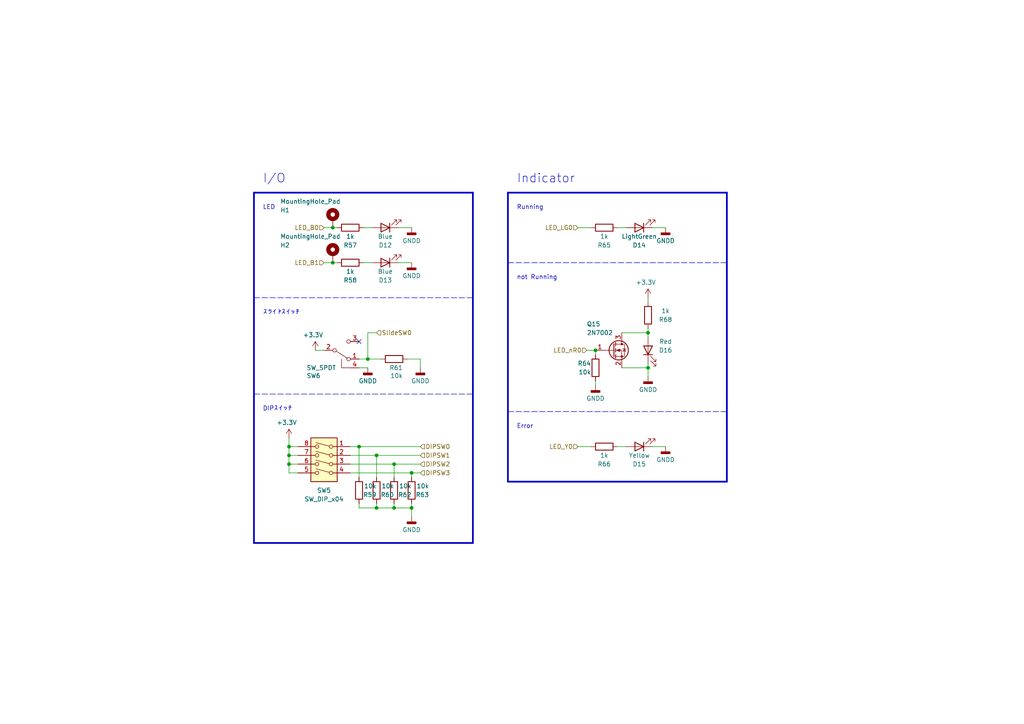
<source format=kicad_sch>
(kicad_sch (version 20230121) (generator eeschema)
  (paper "A4")
  (lib_symbols
    (symbol "Device:LED" (pin_numbers hide) (pin_names (offset 1.016) hide)
      (property "Reference" "D" (at 0 2.54 0))
      (property "Value" "LED" (at 0 -2.54 0))
      (symbol "LED_0_1"
        (polyline (pts (xy -1.27 -1.27) (xy -1.27 1.27)) (stroke (width 0.254)))
        (polyline (pts (xy -1.27 0) (xy 1.27 0)))
        (polyline (pts (xy 1.27 -1.27) (xy 1.27 1.27) (xy -1.27 0) (xy 1.27 -1.27)) (stroke (width 0.254)))
        (polyline (pts (xy -3.048 -0.762) (xy -4.572 -2.286) (xy -3.81 -2.286) (xy -4.572 -2.286) (xy -4.572 -1.524)))
        (polyline (pts (xy -1.778 -0.762) (xy -3.302 -2.286) (xy -2.54 -2.286) (xy -3.302 -2.286) (xy -3.302 -1.524)))
      )
      (symbol "LED_1_1"
        (pin passive line (at -3.81 0 0) (length 2.54) (name "K") (number "1"))
        (pin passive line (at 3.81 0 180) (length 2.54) (name "A") (number "2"))
      )
    )
    (symbol "Device:R" (pin_numbers hide) (pin_names (offset 0))
      (property "Reference" "R" (at 2.032 0 90))
      (property "Value" "R" (at 0 0 90))
      (symbol "R_0_1"
        (rectangle (start -1.016 -2.54) (end 1.016 2.54) (stroke (width 0.254)))
      )
      (symbol "R_1_1"
        (pin passive line (at 0 3.81 270) (length 1.27) (name "~") (number "1"))
        (pin passive line (at 0 -3.81 90) (length 1.27) (name "~") (number "2"))
      )
    )
    (symbol "Mechanical:MountingHole_Pad" (pin_numbers hide) (pin_names (offset 1.016) hide)
      (property "Reference" "H" (at 0 6.35 0))
      (property "Value" "MountingHole_Pad" (at 0 4.445 0))
      (symbol "MountingHole_Pad_0_1"
        (circle (center 0 1.27) (radius 1.27) (stroke (width 1.27)))
      )
      (symbol "MountingHole_Pad_1_1"
        (pin input line (at 0 -2.54 90) (length 2.54) (name "1") (number "1"))
      )
    )
    (symbol "Switch:SW_DIP_x04" (pin_names (offset 0) hide)
      (property "Reference" "SW" (at 0 8.89 0))
      (property "Value" "SW_DIP_x04" (at 0 -6.35 0))
      (symbol "SW_DIP_x04_0_0"
        (circle (center -2.032 -2.54) (radius 0.508))
        (circle (center -2.032 0) (radius 0.508))
        (circle (center -2.032 2.54) (radius 0.508))
        (circle (center -2.032 5.08) (radius 0.508))
        (polyline (pts (xy -1.524 -2.3876) (xy 2.3622 -1.3462)))
        (polyline (pts (xy -1.524 0.127) (xy 2.3622 1.1684)))
        (polyline (pts (xy -1.524 2.667) (xy 2.3622 3.7084)))
        (polyline (pts (xy -1.524 5.207) (xy 2.3622 6.2484)))
        (circle (center 2.032 -2.54) (radius 0.508))
        (circle (center 2.032 0) (radius 0.508))
        (circle (center 2.032 2.54) (radius 0.508))
        (circle (center 2.032 5.08) (radius 0.508))
      )
      (symbol "SW_DIP_x04_0_1"
        (rectangle (start -3.81 7.62) (end 3.81 -5.08) (stroke (width 0.254)) (fill (type background)))
      )
      (symbol "SW_DIP_x04_1_1"
        (pin passive line (at -7.62 5.08 0) (length 5.08) (name "~") (number "1"))
        (pin passive line (at -7.62 2.54 0) (length 5.08) (name "~") (number "2"))
        (pin passive line (at -7.62 0 0) (length 5.08) (name "~") (number "3"))
        (pin passive line (at -7.62 -2.54 0) (length 5.08) (name "~") (number "4"))
        (pin passive line (at 7.62 -2.54 180) (length 5.08) (name "~") (number "5"))
        (pin passive line (at 7.62 0 180) (length 5.08) (name "~") (number "6"))
        (pin passive line (at 7.62 2.54 180) (length 5.08) (name "~") (number "7"))
        (pin passive line (at 7.62 5.08 180) (length 5.08) (name "~") (number "8"))
      )
    )
    (symbol "Switch:SW_SPDT" (pin_names (offset 0) hide)
      (property "Reference" "SW3" (at -7.62 7.3914 0))
      (property "Value" "SW_SPDT" (at -7.62 5.08 0))
      (symbol "SW_SPDT_0_0"
        (circle (center -2.032 0) (radius 0.508))
        (circle (center 2.032 -2.54) (radius 0.508))
      )
      (symbol "SW_SPDT_0_1"
        (polyline (pts (xy -1.524 0.254) (xy 1.651 2.286)))
        (polyline (pts (xy 2.54 5.08) (xy 0 5.08) (xy 0 2.54)))
        (circle (center 2.032 2.54) (radius 0.508))
      )
      (symbol "SW_SPDT_1_1"
        (pin passive line (at 5.08 2.54 180) (length 2.54) (name "A") (number "1"))
        (pin passive line (at -5.08 0 0) (length 2.54) (name "B") (number "2"))
        (pin passive line (at 5.08 -2.54 180) (length 2.54) (name "C") (number "3"))
        (pin passive line (at 5.08 5.08 180) (length 2.54) (name "shell") (number "4"))
        (pin passive line (at 5.08 5.08 180) (length 2.54) hide (name "shell") (number "5"))
      )
    )
    (symbol "Transistor_FET:2N7002" (pin_names hide)
      (property "Reference" "Q" (at 5.08 1.905 0))
      (property "Value" "2N7002" (at 5.08 0 0))
      (symbol "2N7002_0_1"
        (polyline (pts (xy 0.254 0) (xy -2.54 0)))
        (polyline (pts (xy 0.254 1.905) (xy 0.254 -1.905)) (stroke (width 0.254)))
        (polyline (pts (xy 0.762 -1.27) (xy 0.762 -2.286)) (stroke (width 0.254)))
        (polyline (pts (xy 0.762 0.508) (xy 0.762 -0.508)) (stroke (width 0.254)))
        (polyline (pts (xy 0.762 2.286) (xy 0.762 1.27)) (stroke (width 0.254)))
        (polyline (pts (xy 2.54 2.54) (xy 2.54 1.778)))
        (polyline (pts (xy 2.54 -2.54) (xy 2.54 0) (xy 0.762 0)))
        (polyline (pts (xy 0.762 -1.778) (xy 3.302 -1.778) (xy 3.302 1.778) (xy 0.762 1.778)))
        (polyline (pts (xy 1.016 0) (xy 2.032 0.381) (xy 2.032 -0.381) (xy 1.016 0)) (fill (type outline)))
        (polyline (pts (xy 2.794 0.508) (xy 2.921 0.381) (xy 3.683 0.381) (xy 3.81 0.254)))
        (polyline (pts (xy 3.302 0.381) (xy 2.921 -0.254) (xy 3.683 -0.254) (xy 3.302 0.381)))
        (circle (center 1.651 0) (radius 2.794) (stroke (width 0.254)))
        (circle (center 2.54 -1.778) (radius 0.254) (fill (type outline)))
        (circle (center 2.54 1.778) (radius 0.254) (fill (type outline)))
      )
      (symbol "2N7002_1_1"
        (pin input line (at -5.08 0 0) (length 2.54) (name "G") (number "1"))
        (pin passive line (at 2.54 -5.08 90) (length 2.54) (name "S") (number "2"))
        (pin passive line (at 2.54 5.08 270) (length 2.54) (name "D") (number "3"))
      )
    )
    (symbol "power:+3.3V" (power) (pin_names (offset 0))
      (property "Value" "+3.3V" (at 0 3.556 0))
      (symbol "+3.3V_0_1"
        (polyline (pts (xy -0.762 1.27) (xy 0 2.54)))
        (polyline (pts (xy 0 0) (xy 0 2.54)))
        (polyline (pts (xy 0 2.54) (xy 0.762 1.27)))
      )
      (symbol "+3.3V_1_1"
        (pin power_in line (at 0 0 90) (length 0) hide (name "+3.3V") (number "1"))
      )
    )
    (symbol "power:GNDD" (power) (pin_names (offset 0))
      (property "Value" "GNDD" (at 0 -3.175 0))
      (symbol "GNDD_0_1"
        (rectangle (start -1.27 -1.524) (end 1.27 -2.032) (stroke (width 0.254)) (fill (type outline)))
        (polyline (pts (xy 0 0) (xy 0 -1.524)))
      )
      (symbol "GNDD_1_1"
        (pin power_in line (at 0 0 270) (length 0) hide (name "GNDD") (number "1"))
      )
    )
  )
  (junction (at 104.14 129.54))
  (junction (at 83.82 129.54))
  (junction (at 109.22 147.32))
  (junction (at 96.52 66.04))
  (junction (at 187.96 106.68))
  (junction (at 96.52 76.2))
  (junction (at 106.68 104.14))
  (junction (at 83.82 134.62))
  (junction (at 109.22 132.08))
  (junction (at 187.96 96.52))
  (junction (at 83.82 132.08))
  (junction (at 119.38 137.16))
  (junction (at 114.3 134.62))
  (junction (at 119.38 147.32))
  (junction (at 172.72 101.6))
  (junction (at 114.3 147.32))
  (no_connect (at 104.14 99.06))
  (wire (pts (xy 187.96 86.36) (xy 187.96 87.63)))
  (wire (pts (xy 187.96 106.68) (xy 187.96 109.22)))
  (wire (pts (xy 109.22 138.43) (xy 109.22 132.08)))
  (wire (pts (xy 101.6 137.16) (xy 119.38 137.16)))
  (wire (pts (xy 104.14 147.32) (xy 104.14 146.05)))
  (wire (pts (xy 187.96 106.68) (xy 187.96 105.41)))
  (polyline (pts (xy 147.32 76.2) (xy 210.82 76.2)) (stroke (width 0) (type dash)))
  (wire (pts (xy 105.41 66.04) (xy 107.95 66.04)))
  (wire (pts (xy 119.38 147.32) (xy 114.3 147.32)))
  (wire (pts (xy 83.82 129.54) (xy 86.36 129.54)))
  (wire (pts (xy 179.07 66.04) (xy 181.61 66.04)))
  (wire (pts (xy 104.14 129.54) (xy 104.14 138.43)))
  (polyline (pts (xy 73.66 114.3) (xy 137.16 114.3)) (stroke (width 0) (type dash)))
  (wire (pts (xy 101.6 134.62) (xy 114.3 134.62)))
  (polyline (pts (xy 147.32 55.88) (xy 210.82 55.88)) (stroke (width 0.5) (type solid)))
  (wire (pts (xy 109.22 96.52) (xy 106.68 96.52)))
  (polyline (pts (xy 147.32 119.38) (xy 210.82 119.38)) (stroke (width 0) (type dash)))
  (polyline (pts (xy 73.66 157.48) (xy 73.66 55.88)) (stroke (width 0.5) (type solid)))
  (wire (pts (xy 115.57 76.2) (xy 119.38 76.2)))
  (wire (pts (xy 121.92 106.68) (xy 121.92 104.14)))
  (wire (pts (xy 115.57 66.04) (xy 119.38 66.04)))
  (wire (pts (xy 83.82 137.16) (xy 83.82 134.62)))
  (wire (pts (xy 83.82 129.54) (xy 83.82 132.08)))
  (wire (pts (xy 104.14 129.54) (xy 121.92 129.54)))
  (wire (pts (xy 104.14 104.14) (xy 106.68 104.14)))
  (wire (pts (xy 118.11 104.14) (xy 121.92 104.14)))
  (wire (pts (xy 93.98 66.04) (xy 96.52 66.04)))
  (wire (pts (xy 104.14 106.68) (xy 106.68 106.68)))
  (wire (pts (xy 172.72 101.6) (xy 172.72 102.87)))
  (wire (pts (xy 109.22 147.32) (xy 109.22 146.05)))
  (polyline (pts (xy 73.66 86.36) (xy 137.16 86.36)) (stroke (width 0) (type dash)))
  (wire (pts (xy 96.52 76.2) (xy 97.79 76.2)))
  (wire (pts (xy 119.38 137.16) (xy 121.92 137.16)))
  (wire (pts (xy 83.82 127) (xy 83.82 129.54)))
  (wire (pts (xy 167.64 66.04) (xy 171.45 66.04)))
  (wire (pts (xy 114.3 134.62) (xy 114.3 138.43)))
  (wire (pts (xy 172.72 110.49) (xy 172.72 111.76)))
  (wire (pts (xy 119.38 137.16) (xy 119.38 138.43)))
  (wire (pts (xy 109.22 132.08) (xy 121.92 132.08)))
  (wire (pts (xy 109.22 147.32) (xy 104.14 147.32)))
  (polyline (pts (xy 73.66 157.48) (xy 137.16 157.48)) (stroke (width 0.5) (type solid)))
  (wire (pts (xy 119.38 149.86) (xy 119.38 147.32)))
  (wire (pts (xy 101.6 132.08) (xy 109.22 132.08)))
  (wire (pts (xy 179.07 129.54) (xy 181.61 129.54)))
  (polyline (pts (xy 73.66 55.88) (xy 137.16 55.88)) (stroke (width 0.5) (type solid)))
  (wire (pts (xy 106.68 96.52) (xy 106.68 104.14)))
  (wire (pts (xy 101.6 129.54) (xy 104.14 129.54)))
  (wire (pts (xy 114.3 134.62) (xy 121.92 134.62)))
  (wire (pts (xy 91.44 101.6) (xy 93.98 101.6)))
  (wire (pts (xy 119.38 147.32) (xy 119.38 146.05)))
  (polyline (pts (xy 147.32 139.7) (xy 210.82 139.7)) (stroke (width 0.5) (type solid)))
  (wire (pts (xy 83.82 132.08) (xy 86.36 132.08)))
  (wire (pts (xy 180.34 106.68) (xy 187.96 106.68)))
  (wire (pts (xy 189.23 66.04) (xy 193.04 66.04)))
  (polyline (pts (xy 137.16 157.48) (xy 137.16 55.88)) (stroke (width 0.5) (type solid)))
  (wire (pts (xy 189.23 129.54) (xy 193.04 129.54)))
  (polyline (pts (xy 210.82 139.7) (xy 210.82 55.88)) (stroke (width 0.5) (type solid)))
  (wire (pts (xy 96.52 66.04) (xy 97.79 66.04)))
  (wire (pts (xy 105.41 76.2) (xy 107.95 76.2)))
  (wire (pts (xy 180.34 96.52) (xy 187.96 96.52)))
  (polyline (pts (xy 147.32 139.7) (xy 147.32 55.88)) (stroke (width 0.5) (type solid)))
  (wire (pts (xy 83.82 134.62) (xy 86.36 134.62)))
  (wire (pts (xy 114.3 147.32) (xy 114.3 146.05)))
  (wire (pts (xy 187.96 95.25) (xy 187.96 96.52)))
  (wire (pts (xy 86.36 137.16) (xy 83.82 137.16)))
  (wire (pts (xy 93.98 76.2) (xy 96.52 76.2)))
  (wire (pts (xy 187.96 96.52) (xy 187.96 97.79)))
  (wire (pts (xy 114.3 147.32) (xy 109.22 147.32)))
  (wire (pts (xy 167.64 129.54) (xy 171.45 129.54)))
  (wire (pts (xy 170.18 101.6) (xy 172.72 101.6)))
  (wire (pts (xy 83.82 134.62) (xy 83.82 132.08)))
  (wire (pts (xy 106.68 104.14) (xy 110.49 104.14)))
  (text "LED" (at 76.2 60.96 0) (effects (font (size 1.27 1.27)) (justify left bottom)))
  (text "Error" (at 149.86 124.46 0) (effects (font (size 1.27 1.27)) (justify left bottom)))
  (text "I/O" (at 76.2 53.34 0) (effects (font (size 2.54 2.54)) (justify left bottom)))
  (text "DIPスイッチ" (at 76.2 119.38 0) (effects (font (size 1.27 1.27)) (justify left bottom)))
  (text "not Running" (at 149.86 81.28 0) (effects (font (size 1.27 1.27)) (justify left bottom)))
  (text "Indicator" (at 149.86 53.34 0) (effects (font (size 2.54 2.54)) (justify left bottom)))
  (text "Running" (at 149.86 60.96 0) (effects (font (size 1.27 1.27)) (justify left bottom)))
  (text "スライドスイッチ" (at 76.2 91.44 0) (effects (font (size 1.27 1.27)) (justify left bottom)))
  (hierarchical_label "LED_nR0" (shape input) (at 170.18 101.6 180))
  (hierarchical_label "LED_LG0" (shape input) (at 167.64 66.04 180))
  (hierarchical_label "SlideSW0" (shape input) (at 109.22 96.52 0))
  (hierarchical_label "LED_Y0" (shape input) (at 167.64 129.54 180))
  (hierarchical_label "DIPSW2" (shape input) (at 121.92 134.62 0))
  (hierarchical_label "DIPSW1" (shape input) (at 121.92 132.08 0))
  (hierarchical_label "LED_B0" (shape input) (at 93.98 66.04 180))
  (hierarchical_label "LED_B1" (shape input) (at 93.98 76.2 180))
  (hierarchical_label "DIPSW0" (shape input) (at 121.92 129.54 0))
  (hierarchical_label "DIPSW3" (shape input) (at 121.92 137.16 0))
  (symbol (lib_id "power:GNDD") (at 106.68 106.68 0) (unit 1)
    (property "Reference" "#PWR010" (effects hide))
    (property "Value" "GNDD" (at 106.68 110.49 0))
  )
  (symbol (lib_id "power:+3.3V") (at 187.96 86.36 0) (unit 1)
    (property "Reference" "#PWR065" (effects hide))
    (property "Value" "+3.3V" (at 187.325 81.915 0))
  )
  (symbol (lib_id "Device:R") (at 175.26 66.04 270) (mirror x) (unit 1)
    (property "Reference" "R65" (at 175.26 71.12 90))
    (property "Value" "1k" (at 175.26 68.58 90))
    (property "Footprint" "Resistor_SMD:R_0402_1005Metric" (effects hide))
  )
  (symbol (lib_id "Device:LED") (at 185.42 129.54 180) (unit 1)
    (property "Reference" "D15" (at 185.42 134.62 0))
    (property "Value" "Yellow" (at 185.42 132.08 0))
    (property "Footprint" "LED_SMD:LED_0603_1608Metric_Pad1.05x0.95mm_HandSolder" (effects hide))
  )
  (symbol (lib_id "Device:R") (at 172.72 106.68 0) (mirror y) (unit 1)
    (property "Reference" "R64" (at 171.45 105.41 0) (effects (justify left)))
    (property "Value" "10k" (at 171.45 107.95 0) (effects (justify left)))
    (property "Footprint" "Resistor_SMD:R_0402_1005Metric" (effects hide))
  )
  (symbol (lib_id "Mechanical:MountingHole_Pad") (at 96.52 63.5 0) (mirror y) (unit 1)
    (property "Reference" "H1" (at 81.28 60.96 0) (effects (justify right)))
    (property "Value" "MountingHole_Pad" (at 81.28 58.42 0) (effects (justify right)))
    (property "Footprint" "TestPoint:TestPoint_Pad_1.0x1.0mm" (effects hide))
  )
  (symbol (lib_id "power:GNDD") (at 119.38 149.86 0) (unit 1)
    (property "Reference" "#PWR058" (effects hide))
    (property "Value" "GNDD" (at 119.38 153.67 0))
  )
  (symbol (lib_id "Device:R") (at 187.96 91.44 0) (mirror y) (unit 1)
    (property "Reference" "R68" (at 193.04 92.71 0))
    (property "Value" "1k" (at 193.04 90.17 0))
    (property "Footprint" "Resistor_SMD:R_0402_1005Metric" (effects hide))
  )
  (symbol (lib_id "power:GNDD") (at 119.38 66.04 0) (unit 1)
    (property "Reference" "#PWR054" (effects hide))
    (property "Value" "GNDD" (at 119.38 69.85 0))
  )
  (symbol (lib_id "power:GNDD") (at 119.38 76.2 0) (unit 1)
    (property "Reference" "#PWR055" (effects hide))
    (property "Value" "GNDD" (at 119.38 80.01 0))
  )
  (symbol (lib_id "power:GNDD") (at 187.96 109.22 0) (unit 1)
    (property "Reference" "#PWR068" (effects hide))
    (property "Value" "GNDD" (at 187.96 113.03 0))
  )
  (symbol (lib_id "Device:LED") (at 185.42 66.04 180) (unit 1)
    (property "Reference" "D14" (at 185.42 71.12 0))
    (property "Value" "LightGreen" (at 185.42 68.58 0))
    (property "Footprint" "LED_SMD:LED_0603_1608Metric_Pad1.05x0.95mm_HandSolder" (effects hide))
  )
  (symbol (lib_id "Transistor_FET:2N7002") (at 177.8 101.6 0) (unit 1)
    (property "Reference" "Q15" (at 170.18 93.98 0) (effects (justify left)))
    (property "Value" "2N7002" (at 170.18 96.52 0) (effects (justify left)))
    (property "Footprint" "Package_TO_SOT_SMD:SOT-23" (effects hide))
    (property "Datasheet" "https://www.onsemi.com/pub/Collateral/NDS7002A-D.PDF" (effects hide))
  )
  (symbol (lib_id "Switch:SW_DIP_x04") (at 93.98 134.62 0) (mirror y) (unit 1)
    (property "Reference" "SW5" (at 93.98 142.24 0))
    (property "Value" "SW_DIP_x04" (at 93.98 144.78 0))
    (property "Footprint" "Button_Switch_SMD:SW_DIP_SPSTx04_Slide_Copal_CHS-04B_W7.62mm_P1.27mm" (effects hide))
  )
  (symbol (lib_id "Device:R") (at 101.6 76.2 270) (mirror x) (unit 1)
    (property "Reference" "R58" (at 101.6 81.28 90))
    (property "Value" "1k" (at 101.6 78.74 90))
    (property "Footprint" "Resistor_SMD:R_0402_1005Metric" (effects hide))
  )
  (symbol (lib_id "Device:LED") (at 111.76 76.2 180) (unit 1)
    (property "Reference" "D13" (at 111.76 81.28 0))
    (property "Value" "Blue" (at 111.76 78.74 0))
    (property "Footprint" "LED_SMD:LED_0603_1608Metric_Pad1.05x0.95mm_HandSolder" (effects hide))
  )
  (symbol (lib_id "Device:R") (at 175.26 129.54 270) (mirror x) (unit 1)
    (property "Reference" "R66" (at 175.26 134.62 90))
    (property "Value" "1k" (at 175.26 132.08 90))
    (property "Footprint" "Resistor_SMD:R_0402_1005Metric" (effects hide))
  )
  (symbol (lib_id "Device:R") (at 104.14 142.24 180) (unit 1)
    (property "Reference" "R59" (at 109.22 143.51 0) (effects (justify left)))
    (property "Value" "10k" (at 109.22 140.97 0) (effects (justify left)))
    (property "Footprint" "Resistor_SMD:R_0402_1005Metric" (effects hide))
  )
  (symbol (lib_id "power:GNDD") (at 193.04 129.54 0) (unit 1)
    (property "Reference" "#PWR085" (effects hide))
    (property "Value" "GNDD" (at 193.04 133.35 0))
  )
  (symbol (lib_id "Switch:SW_SPDT") (at 99.06 101.6 0) (mirror x) (unit 1)
    (property "Reference" "SW6" (at 88.9 108.9914 0) (effects (justify left)))
    (property "Value" "SW_SPDT" (at 88.9 106.68 0) (effects (justify left)))
    (property "Footprint" "TomoshibiLibrary:SW_Slide_SPDT_SSAJ120100" (effects hide))
  )
  (symbol (lib_id "Device:LED") (at 187.96 101.6 90) (unit 1)
    (property "Reference" "D16" (at 193.04 101.6 90))
    (property "Value" "Red" (at 193.04 99.06 90))
    (property "Footprint" "LED_SMD:LED_0603_1608Metric_Pad1.05x0.95mm_HandSolder" (effects hide))
  )
  (symbol (lib_id "power:+3.3V") (at 91.44 101.6 0) (unit 1)
    (property "Reference" "#PWR048" (effects hide))
    (property "Value" "+3.3V" (at 90.805 97.155 0))
  )
  (symbol (lib_id "Device:R") (at 114.3 142.24 180) (unit 1)
    (property "Reference" "R62" (at 119.38 143.51 0) (effects (justify left)))
    (property "Value" "10k" (at 119.38 140.97 0) (effects (justify left)))
    (property "Footprint" "Resistor_SMD:R_0402_1005Metric" (effects hide))
  )
  (symbol (lib_id "Device:LED") (at 111.76 66.04 180) (unit 1)
    (property "Reference" "D12" (at 111.76 71.12 0))
    (property "Value" "Blue" (at 111.76 68.58 0))
    (property "Footprint" "LED_SMD:LED_0603_1608Metric_Pad1.05x0.95mm_HandSolder" (effects hide))
  )
  (symbol (lib_id "Device:R") (at 109.22 142.24 180) (unit 1)
    (property "Reference" "R60" (at 114.3 143.51 0) (effects (justify left)))
    (property "Value" "10k" (at 114.3 140.97 0) (effects (justify left)))
    (property "Footprint" "Resistor_SMD:R_0402_1005Metric" (effects hide))
  )
  (symbol (lib_id "power:GNDD") (at 193.04 66.04 0) (unit 1)
    (property "Reference" "#PWR069" (effects hide))
    (property "Value" "GNDD" (at 193.04 69.85 0))
  )
  (symbol (lib_id "Mechanical:MountingHole_Pad") (at 96.52 73.66 0) (mirror y) (unit 1)
    (property "Reference" "H2" (at 81.28 71.12 0) (effects (justify right)))
    (property "Value" "MountingHole_Pad" (at 81.28 68.58 0) (effects (justify right)))
    (property "Footprint" "TestPoint:TestPoint_Pad_1.0x1.0mm" (effects hide))
  )
  (symbol (lib_id "power:GNDD") (at 121.92 106.68 0) (unit 1)
    (property "Reference" "#PWR059" (effects hide))
    (property "Value" "GNDD" (at 121.92 110.49 0))
  )
  (symbol (lib_id "Device:R") (at 119.38 142.24 180) (unit 1)
    (property "Reference" "R63" (at 124.46 143.51 0) (effects (justify left)))
    (property "Value" "10k" (at 124.46 140.97 0) (effects (justify left)))
    (property "Footprint" "Resistor_SMD:R_0402_1005Metric" (effects hide))
  )
  (symbol (lib_id "power:GNDD") (at 172.72 111.76 0) (unit 1)
    (property "Reference" "#PWR064" (effects hide))
    (property "Value" "GNDD" (at 172.72 115.57 0))
  )
  (symbol (lib_id "Device:R") (at 114.3 104.14 90) (mirror x) (unit 1)
    (property "Reference" "R61" (at 116.84 106.68 90) (effects (justify left)))
    (property "Value" "10k" (at 116.84 108.9914 90) (effects (justify left)))
    (property "Footprint" "Resistor_SMD:R_0402_1005Metric" (effects hide))
  )
  (symbol (lib_id "Device:R") (at 101.6 66.04 270) (mirror x) (unit 1)
    (property "Reference" "R57" (at 101.6 71.12 90))
    (property "Value" "1k" (at 101.6 68.58 90))
    (property "Footprint" "Resistor_SMD:R_0402_1005Metric" (effects hide))
  )
  (symbol (lib_id "power:+3.3V") (at 83.82 127 0) (unit 1)
    (property "Reference" "#PWR047" (effects hide))
    (property "Value" "+3.3V" (at 83.185 122.555 0))
  )
)
</source>
